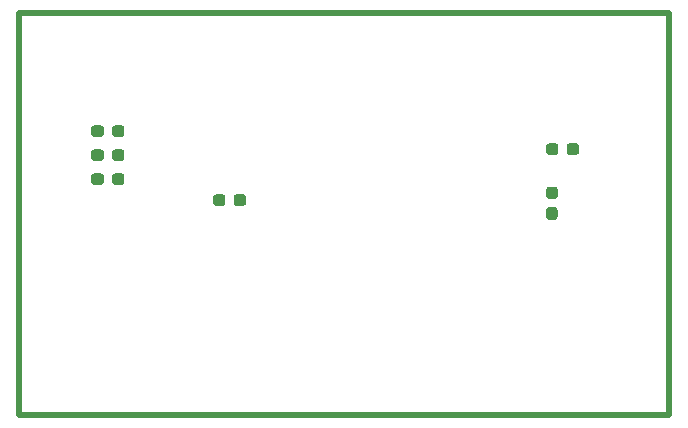
<source format=gbr>
%TF.GenerationSoftware,KiCad,Pcbnew,5.0.2-bee76a0~70~ubuntu18.04.1*%
%TF.CreationDate,2019-07-21T13:21:52-06:00*%
%TF.ProjectId,MX+ Distortion Pedal,4d582b20-4469-4737-946f-7274696f6e20,rev?*%
%TF.SameCoordinates,Original*%
%TF.FileFunction,Paste,Bot*%
%TF.FilePolarity,Positive*%
%FSLAX46Y46*%
G04 Gerber Fmt 4.6, Leading zero omitted, Abs format (unit mm)*
G04 Created by KiCad (PCBNEW 5.0.2-bee76a0~70~ubuntu18.04.1) date Sun 21 Jul 2019 01:21:52 PM MDT*
%MOMM*%
%LPD*%
G01*
G04 APERTURE LIST*
%ADD10C,0.500000*%
%ADD11C,0.100000*%
%ADD12C,0.950000*%
G04 APERTURE END LIST*
D10*
X40000000Y-70000000D02*
X95000000Y-70000000D01*
X95000000Y-36000000D02*
X95000000Y-70000000D01*
X40000000Y-36000000D02*
X40000000Y-70000000D01*
X40000000Y-36000000D02*
X95000000Y-36000000D01*
D11*
G36*
X46933779Y-45500144D02*
X46956834Y-45503563D01*
X46979443Y-45509227D01*
X47001387Y-45517079D01*
X47022457Y-45527044D01*
X47042448Y-45539026D01*
X47061168Y-45552910D01*
X47078438Y-45568562D01*
X47094090Y-45585832D01*
X47107974Y-45604552D01*
X47119956Y-45624543D01*
X47129921Y-45645613D01*
X47137773Y-45667557D01*
X47143437Y-45690166D01*
X47146856Y-45713221D01*
X47148000Y-45736500D01*
X47148000Y-46211500D01*
X47146856Y-46234779D01*
X47143437Y-46257834D01*
X47137773Y-46280443D01*
X47129921Y-46302387D01*
X47119956Y-46323457D01*
X47107974Y-46343448D01*
X47094090Y-46362168D01*
X47078438Y-46379438D01*
X47061168Y-46395090D01*
X47042448Y-46408974D01*
X47022457Y-46420956D01*
X47001387Y-46430921D01*
X46979443Y-46438773D01*
X46956834Y-46444437D01*
X46933779Y-46447856D01*
X46910500Y-46449000D01*
X46335500Y-46449000D01*
X46312221Y-46447856D01*
X46289166Y-46444437D01*
X46266557Y-46438773D01*
X46244613Y-46430921D01*
X46223543Y-46420956D01*
X46203552Y-46408974D01*
X46184832Y-46395090D01*
X46167562Y-46379438D01*
X46151910Y-46362168D01*
X46138026Y-46343448D01*
X46126044Y-46323457D01*
X46116079Y-46302387D01*
X46108227Y-46280443D01*
X46102563Y-46257834D01*
X46099144Y-46234779D01*
X46098000Y-46211500D01*
X46098000Y-45736500D01*
X46099144Y-45713221D01*
X46102563Y-45690166D01*
X46108227Y-45667557D01*
X46116079Y-45645613D01*
X46126044Y-45624543D01*
X46138026Y-45604552D01*
X46151910Y-45585832D01*
X46167562Y-45568562D01*
X46184832Y-45552910D01*
X46203552Y-45539026D01*
X46223543Y-45527044D01*
X46244613Y-45517079D01*
X46266557Y-45509227D01*
X46289166Y-45503563D01*
X46312221Y-45500144D01*
X46335500Y-45499000D01*
X46910500Y-45499000D01*
X46933779Y-45500144D01*
X46933779Y-45500144D01*
G37*
D12*
X46623000Y-45974000D03*
D11*
G36*
X48683779Y-45500144D02*
X48706834Y-45503563D01*
X48729443Y-45509227D01*
X48751387Y-45517079D01*
X48772457Y-45527044D01*
X48792448Y-45539026D01*
X48811168Y-45552910D01*
X48828438Y-45568562D01*
X48844090Y-45585832D01*
X48857974Y-45604552D01*
X48869956Y-45624543D01*
X48879921Y-45645613D01*
X48887773Y-45667557D01*
X48893437Y-45690166D01*
X48896856Y-45713221D01*
X48898000Y-45736500D01*
X48898000Y-46211500D01*
X48896856Y-46234779D01*
X48893437Y-46257834D01*
X48887773Y-46280443D01*
X48879921Y-46302387D01*
X48869956Y-46323457D01*
X48857974Y-46343448D01*
X48844090Y-46362168D01*
X48828438Y-46379438D01*
X48811168Y-46395090D01*
X48792448Y-46408974D01*
X48772457Y-46420956D01*
X48751387Y-46430921D01*
X48729443Y-46438773D01*
X48706834Y-46444437D01*
X48683779Y-46447856D01*
X48660500Y-46449000D01*
X48085500Y-46449000D01*
X48062221Y-46447856D01*
X48039166Y-46444437D01*
X48016557Y-46438773D01*
X47994613Y-46430921D01*
X47973543Y-46420956D01*
X47953552Y-46408974D01*
X47934832Y-46395090D01*
X47917562Y-46379438D01*
X47901910Y-46362168D01*
X47888026Y-46343448D01*
X47876044Y-46323457D01*
X47866079Y-46302387D01*
X47858227Y-46280443D01*
X47852563Y-46257834D01*
X47849144Y-46234779D01*
X47848000Y-46211500D01*
X47848000Y-45736500D01*
X47849144Y-45713221D01*
X47852563Y-45690166D01*
X47858227Y-45667557D01*
X47866079Y-45645613D01*
X47876044Y-45624543D01*
X47888026Y-45604552D01*
X47901910Y-45585832D01*
X47917562Y-45568562D01*
X47934832Y-45552910D01*
X47953552Y-45539026D01*
X47973543Y-45527044D01*
X47994613Y-45517079D01*
X48016557Y-45509227D01*
X48039166Y-45503563D01*
X48062221Y-45500144D01*
X48085500Y-45499000D01*
X48660500Y-45499000D01*
X48683779Y-45500144D01*
X48683779Y-45500144D01*
G37*
D12*
X48373000Y-45974000D03*
D11*
G36*
X48683779Y-47532144D02*
X48706834Y-47535563D01*
X48729443Y-47541227D01*
X48751387Y-47549079D01*
X48772457Y-47559044D01*
X48792448Y-47571026D01*
X48811168Y-47584910D01*
X48828438Y-47600562D01*
X48844090Y-47617832D01*
X48857974Y-47636552D01*
X48869956Y-47656543D01*
X48879921Y-47677613D01*
X48887773Y-47699557D01*
X48893437Y-47722166D01*
X48896856Y-47745221D01*
X48898000Y-47768500D01*
X48898000Y-48243500D01*
X48896856Y-48266779D01*
X48893437Y-48289834D01*
X48887773Y-48312443D01*
X48879921Y-48334387D01*
X48869956Y-48355457D01*
X48857974Y-48375448D01*
X48844090Y-48394168D01*
X48828438Y-48411438D01*
X48811168Y-48427090D01*
X48792448Y-48440974D01*
X48772457Y-48452956D01*
X48751387Y-48462921D01*
X48729443Y-48470773D01*
X48706834Y-48476437D01*
X48683779Y-48479856D01*
X48660500Y-48481000D01*
X48085500Y-48481000D01*
X48062221Y-48479856D01*
X48039166Y-48476437D01*
X48016557Y-48470773D01*
X47994613Y-48462921D01*
X47973543Y-48452956D01*
X47953552Y-48440974D01*
X47934832Y-48427090D01*
X47917562Y-48411438D01*
X47901910Y-48394168D01*
X47888026Y-48375448D01*
X47876044Y-48355457D01*
X47866079Y-48334387D01*
X47858227Y-48312443D01*
X47852563Y-48289834D01*
X47849144Y-48266779D01*
X47848000Y-48243500D01*
X47848000Y-47768500D01*
X47849144Y-47745221D01*
X47852563Y-47722166D01*
X47858227Y-47699557D01*
X47866079Y-47677613D01*
X47876044Y-47656543D01*
X47888026Y-47636552D01*
X47901910Y-47617832D01*
X47917562Y-47600562D01*
X47934832Y-47584910D01*
X47953552Y-47571026D01*
X47973543Y-47559044D01*
X47994613Y-47549079D01*
X48016557Y-47541227D01*
X48039166Y-47535563D01*
X48062221Y-47532144D01*
X48085500Y-47531000D01*
X48660500Y-47531000D01*
X48683779Y-47532144D01*
X48683779Y-47532144D01*
G37*
D12*
X48373000Y-48006000D03*
D11*
G36*
X46933779Y-47532144D02*
X46956834Y-47535563D01*
X46979443Y-47541227D01*
X47001387Y-47549079D01*
X47022457Y-47559044D01*
X47042448Y-47571026D01*
X47061168Y-47584910D01*
X47078438Y-47600562D01*
X47094090Y-47617832D01*
X47107974Y-47636552D01*
X47119956Y-47656543D01*
X47129921Y-47677613D01*
X47137773Y-47699557D01*
X47143437Y-47722166D01*
X47146856Y-47745221D01*
X47148000Y-47768500D01*
X47148000Y-48243500D01*
X47146856Y-48266779D01*
X47143437Y-48289834D01*
X47137773Y-48312443D01*
X47129921Y-48334387D01*
X47119956Y-48355457D01*
X47107974Y-48375448D01*
X47094090Y-48394168D01*
X47078438Y-48411438D01*
X47061168Y-48427090D01*
X47042448Y-48440974D01*
X47022457Y-48452956D01*
X47001387Y-48462921D01*
X46979443Y-48470773D01*
X46956834Y-48476437D01*
X46933779Y-48479856D01*
X46910500Y-48481000D01*
X46335500Y-48481000D01*
X46312221Y-48479856D01*
X46289166Y-48476437D01*
X46266557Y-48470773D01*
X46244613Y-48462921D01*
X46223543Y-48452956D01*
X46203552Y-48440974D01*
X46184832Y-48427090D01*
X46167562Y-48411438D01*
X46151910Y-48394168D01*
X46138026Y-48375448D01*
X46126044Y-48355457D01*
X46116079Y-48334387D01*
X46108227Y-48312443D01*
X46102563Y-48289834D01*
X46099144Y-48266779D01*
X46098000Y-48243500D01*
X46098000Y-47768500D01*
X46099144Y-47745221D01*
X46102563Y-47722166D01*
X46108227Y-47699557D01*
X46116079Y-47677613D01*
X46126044Y-47656543D01*
X46138026Y-47636552D01*
X46151910Y-47617832D01*
X46167562Y-47600562D01*
X46184832Y-47584910D01*
X46203552Y-47571026D01*
X46223543Y-47559044D01*
X46244613Y-47549079D01*
X46266557Y-47541227D01*
X46289166Y-47535563D01*
X46312221Y-47532144D01*
X46335500Y-47531000D01*
X46910500Y-47531000D01*
X46933779Y-47532144D01*
X46933779Y-47532144D01*
G37*
D12*
X46623000Y-48006000D03*
D11*
G36*
X85350779Y-50671144D02*
X85373834Y-50674563D01*
X85396443Y-50680227D01*
X85418387Y-50688079D01*
X85439457Y-50698044D01*
X85459448Y-50710026D01*
X85478168Y-50723910D01*
X85495438Y-50739562D01*
X85511090Y-50756832D01*
X85524974Y-50775552D01*
X85536956Y-50795543D01*
X85546921Y-50816613D01*
X85554773Y-50838557D01*
X85560437Y-50861166D01*
X85563856Y-50884221D01*
X85565000Y-50907500D01*
X85565000Y-51482500D01*
X85563856Y-51505779D01*
X85560437Y-51528834D01*
X85554773Y-51551443D01*
X85546921Y-51573387D01*
X85536956Y-51594457D01*
X85524974Y-51614448D01*
X85511090Y-51633168D01*
X85495438Y-51650438D01*
X85478168Y-51666090D01*
X85459448Y-51679974D01*
X85439457Y-51691956D01*
X85418387Y-51701921D01*
X85396443Y-51709773D01*
X85373834Y-51715437D01*
X85350779Y-51718856D01*
X85327500Y-51720000D01*
X84852500Y-51720000D01*
X84829221Y-51718856D01*
X84806166Y-51715437D01*
X84783557Y-51709773D01*
X84761613Y-51701921D01*
X84740543Y-51691956D01*
X84720552Y-51679974D01*
X84701832Y-51666090D01*
X84684562Y-51650438D01*
X84668910Y-51633168D01*
X84655026Y-51614448D01*
X84643044Y-51594457D01*
X84633079Y-51573387D01*
X84625227Y-51551443D01*
X84619563Y-51528834D01*
X84616144Y-51505779D01*
X84615000Y-51482500D01*
X84615000Y-50907500D01*
X84616144Y-50884221D01*
X84619563Y-50861166D01*
X84625227Y-50838557D01*
X84633079Y-50816613D01*
X84643044Y-50795543D01*
X84655026Y-50775552D01*
X84668910Y-50756832D01*
X84684562Y-50739562D01*
X84701832Y-50723910D01*
X84720552Y-50710026D01*
X84740543Y-50698044D01*
X84761613Y-50688079D01*
X84783557Y-50680227D01*
X84806166Y-50674563D01*
X84829221Y-50671144D01*
X84852500Y-50670000D01*
X85327500Y-50670000D01*
X85350779Y-50671144D01*
X85350779Y-50671144D01*
G37*
D12*
X85090000Y-51195000D03*
D11*
G36*
X85350779Y-52421144D02*
X85373834Y-52424563D01*
X85396443Y-52430227D01*
X85418387Y-52438079D01*
X85439457Y-52448044D01*
X85459448Y-52460026D01*
X85478168Y-52473910D01*
X85495438Y-52489562D01*
X85511090Y-52506832D01*
X85524974Y-52525552D01*
X85536956Y-52545543D01*
X85546921Y-52566613D01*
X85554773Y-52588557D01*
X85560437Y-52611166D01*
X85563856Y-52634221D01*
X85565000Y-52657500D01*
X85565000Y-53232500D01*
X85563856Y-53255779D01*
X85560437Y-53278834D01*
X85554773Y-53301443D01*
X85546921Y-53323387D01*
X85536956Y-53344457D01*
X85524974Y-53364448D01*
X85511090Y-53383168D01*
X85495438Y-53400438D01*
X85478168Y-53416090D01*
X85459448Y-53429974D01*
X85439457Y-53441956D01*
X85418387Y-53451921D01*
X85396443Y-53459773D01*
X85373834Y-53465437D01*
X85350779Y-53468856D01*
X85327500Y-53470000D01*
X84852500Y-53470000D01*
X84829221Y-53468856D01*
X84806166Y-53465437D01*
X84783557Y-53459773D01*
X84761613Y-53451921D01*
X84740543Y-53441956D01*
X84720552Y-53429974D01*
X84701832Y-53416090D01*
X84684562Y-53400438D01*
X84668910Y-53383168D01*
X84655026Y-53364448D01*
X84643044Y-53344457D01*
X84633079Y-53323387D01*
X84625227Y-53301443D01*
X84619563Y-53278834D01*
X84616144Y-53255779D01*
X84615000Y-53232500D01*
X84615000Y-52657500D01*
X84616144Y-52634221D01*
X84619563Y-52611166D01*
X84625227Y-52588557D01*
X84633079Y-52566613D01*
X84643044Y-52545543D01*
X84655026Y-52525552D01*
X84668910Y-52506832D01*
X84684562Y-52489562D01*
X84701832Y-52473910D01*
X84720552Y-52460026D01*
X84740543Y-52448044D01*
X84761613Y-52438079D01*
X84783557Y-52430227D01*
X84806166Y-52424563D01*
X84829221Y-52421144D01*
X84852500Y-52420000D01*
X85327500Y-52420000D01*
X85350779Y-52421144D01*
X85350779Y-52421144D01*
G37*
D12*
X85090000Y-52945000D03*
D11*
G36*
X87178779Y-47024144D02*
X87201834Y-47027563D01*
X87224443Y-47033227D01*
X87246387Y-47041079D01*
X87267457Y-47051044D01*
X87287448Y-47063026D01*
X87306168Y-47076910D01*
X87323438Y-47092562D01*
X87339090Y-47109832D01*
X87352974Y-47128552D01*
X87364956Y-47148543D01*
X87374921Y-47169613D01*
X87382773Y-47191557D01*
X87388437Y-47214166D01*
X87391856Y-47237221D01*
X87393000Y-47260500D01*
X87393000Y-47735500D01*
X87391856Y-47758779D01*
X87388437Y-47781834D01*
X87382773Y-47804443D01*
X87374921Y-47826387D01*
X87364956Y-47847457D01*
X87352974Y-47867448D01*
X87339090Y-47886168D01*
X87323438Y-47903438D01*
X87306168Y-47919090D01*
X87287448Y-47932974D01*
X87267457Y-47944956D01*
X87246387Y-47954921D01*
X87224443Y-47962773D01*
X87201834Y-47968437D01*
X87178779Y-47971856D01*
X87155500Y-47973000D01*
X86580500Y-47973000D01*
X86557221Y-47971856D01*
X86534166Y-47968437D01*
X86511557Y-47962773D01*
X86489613Y-47954921D01*
X86468543Y-47944956D01*
X86448552Y-47932974D01*
X86429832Y-47919090D01*
X86412562Y-47903438D01*
X86396910Y-47886168D01*
X86383026Y-47867448D01*
X86371044Y-47847457D01*
X86361079Y-47826387D01*
X86353227Y-47804443D01*
X86347563Y-47781834D01*
X86344144Y-47758779D01*
X86343000Y-47735500D01*
X86343000Y-47260500D01*
X86344144Y-47237221D01*
X86347563Y-47214166D01*
X86353227Y-47191557D01*
X86361079Y-47169613D01*
X86371044Y-47148543D01*
X86383026Y-47128552D01*
X86396910Y-47109832D01*
X86412562Y-47092562D01*
X86429832Y-47076910D01*
X86448552Y-47063026D01*
X86468543Y-47051044D01*
X86489613Y-47041079D01*
X86511557Y-47033227D01*
X86534166Y-47027563D01*
X86557221Y-47024144D01*
X86580500Y-47023000D01*
X87155500Y-47023000D01*
X87178779Y-47024144D01*
X87178779Y-47024144D01*
G37*
D12*
X86868000Y-47498000D03*
D11*
G36*
X85428779Y-47024144D02*
X85451834Y-47027563D01*
X85474443Y-47033227D01*
X85496387Y-47041079D01*
X85517457Y-47051044D01*
X85537448Y-47063026D01*
X85556168Y-47076910D01*
X85573438Y-47092562D01*
X85589090Y-47109832D01*
X85602974Y-47128552D01*
X85614956Y-47148543D01*
X85624921Y-47169613D01*
X85632773Y-47191557D01*
X85638437Y-47214166D01*
X85641856Y-47237221D01*
X85643000Y-47260500D01*
X85643000Y-47735500D01*
X85641856Y-47758779D01*
X85638437Y-47781834D01*
X85632773Y-47804443D01*
X85624921Y-47826387D01*
X85614956Y-47847457D01*
X85602974Y-47867448D01*
X85589090Y-47886168D01*
X85573438Y-47903438D01*
X85556168Y-47919090D01*
X85537448Y-47932974D01*
X85517457Y-47944956D01*
X85496387Y-47954921D01*
X85474443Y-47962773D01*
X85451834Y-47968437D01*
X85428779Y-47971856D01*
X85405500Y-47973000D01*
X84830500Y-47973000D01*
X84807221Y-47971856D01*
X84784166Y-47968437D01*
X84761557Y-47962773D01*
X84739613Y-47954921D01*
X84718543Y-47944956D01*
X84698552Y-47932974D01*
X84679832Y-47919090D01*
X84662562Y-47903438D01*
X84646910Y-47886168D01*
X84633026Y-47867448D01*
X84621044Y-47847457D01*
X84611079Y-47826387D01*
X84603227Y-47804443D01*
X84597563Y-47781834D01*
X84594144Y-47758779D01*
X84593000Y-47735500D01*
X84593000Y-47260500D01*
X84594144Y-47237221D01*
X84597563Y-47214166D01*
X84603227Y-47191557D01*
X84611079Y-47169613D01*
X84621044Y-47148543D01*
X84633026Y-47128552D01*
X84646910Y-47109832D01*
X84662562Y-47092562D01*
X84679832Y-47076910D01*
X84698552Y-47063026D01*
X84718543Y-47051044D01*
X84739613Y-47041079D01*
X84761557Y-47033227D01*
X84784166Y-47027563D01*
X84807221Y-47024144D01*
X84830500Y-47023000D01*
X85405500Y-47023000D01*
X85428779Y-47024144D01*
X85428779Y-47024144D01*
G37*
D12*
X85118000Y-47498000D03*
D11*
G36*
X46933779Y-49564144D02*
X46956834Y-49567563D01*
X46979443Y-49573227D01*
X47001387Y-49581079D01*
X47022457Y-49591044D01*
X47042448Y-49603026D01*
X47061168Y-49616910D01*
X47078438Y-49632562D01*
X47094090Y-49649832D01*
X47107974Y-49668552D01*
X47119956Y-49688543D01*
X47129921Y-49709613D01*
X47137773Y-49731557D01*
X47143437Y-49754166D01*
X47146856Y-49777221D01*
X47148000Y-49800500D01*
X47148000Y-50275500D01*
X47146856Y-50298779D01*
X47143437Y-50321834D01*
X47137773Y-50344443D01*
X47129921Y-50366387D01*
X47119956Y-50387457D01*
X47107974Y-50407448D01*
X47094090Y-50426168D01*
X47078438Y-50443438D01*
X47061168Y-50459090D01*
X47042448Y-50472974D01*
X47022457Y-50484956D01*
X47001387Y-50494921D01*
X46979443Y-50502773D01*
X46956834Y-50508437D01*
X46933779Y-50511856D01*
X46910500Y-50513000D01*
X46335500Y-50513000D01*
X46312221Y-50511856D01*
X46289166Y-50508437D01*
X46266557Y-50502773D01*
X46244613Y-50494921D01*
X46223543Y-50484956D01*
X46203552Y-50472974D01*
X46184832Y-50459090D01*
X46167562Y-50443438D01*
X46151910Y-50426168D01*
X46138026Y-50407448D01*
X46126044Y-50387457D01*
X46116079Y-50366387D01*
X46108227Y-50344443D01*
X46102563Y-50321834D01*
X46099144Y-50298779D01*
X46098000Y-50275500D01*
X46098000Y-49800500D01*
X46099144Y-49777221D01*
X46102563Y-49754166D01*
X46108227Y-49731557D01*
X46116079Y-49709613D01*
X46126044Y-49688543D01*
X46138026Y-49668552D01*
X46151910Y-49649832D01*
X46167562Y-49632562D01*
X46184832Y-49616910D01*
X46203552Y-49603026D01*
X46223543Y-49591044D01*
X46244613Y-49581079D01*
X46266557Y-49573227D01*
X46289166Y-49567563D01*
X46312221Y-49564144D01*
X46335500Y-49563000D01*
X46910500Y-49563000D01*
X46933779Y-49564144D01*
X46933779Y-49564144D01*
G37*
D12*
X46623000Y-50038000D03*
D11*
G36*
X48683779Y-49564144D02*
X48706834Y-49567563D01*
X48729443Y-49573227D01*
X48751387Y-49581079D01*
X48772457Y-49591044D01*
X48792448Y-49603026D01*
X48811168Y-49616910D01*
X48828438Y-49632562D01*
X48844090Y-49649832D01*
X48857974Y-49668552D01*
X48869956Y-49688543D01*
X48879921Y-49709613D01*
X48887773Y-49731557D01*
X48893437Y-49754166D01*
X48896856Y-49777221D01*
X48898000Y-49800500D01*
X48898000Y-50275500D01*
X48896856Y-50298779D01*
X48893437Y-50321834D01*
X48887773Y-50344443D01*
X48879921Y-50366387D01*
X48869956Y-50387457D01*
X48857974Y-50407448D01*
X48844090Y-50426168D01*
X48828438Y-50443438D01*
X48811168Y-50459090D01*
X48792448Y-50472974D01*
X48772457Y-50484956D01*
X48751387Y-50494921D01*
X48729443Y-50502773D01*
X48706834Y-50508437D01*
X48683779Y-50511856D01*
X48660500Y-50513000D01*
X48085500Y-50513000D01*
X48062221Y-50511856D01*
X48039166Y-50508437D01*
X48016557Y-50502773D01*
X47994613Y-50494921D01*
X47973543Y-50484956D01*
X47953552Y-50472974D01*
X47934832Y-50459090D01*
X47917562Y-50443438D01*
X47901910Y-50426168D01*
X47888026Y-50407448D01*
X47876044Y-50387457D01*
X47866079Y-50366387D01*
X47858227Y-50344443D01*
X47852563Y-50321834D01*
X47849144Y-50298779D01*
X47848000Y-50275500D01*
X47848000Y-49800500D01*
X47849144Y-49777221D01*
X47852563Y-49754166D01*
X47858227Y-49731557D01*
X47866079Y-49709613D01*
X47876044Y-49688543D01*
X47888026Y-49668552D01*
X47901910Y-49649832D01*
X47917562Y-49632562D01*
X47934832Y-49616910D01*
X47953552Y-49603026D01*
X47973543Y-49591044D01*
X47994613Y-49581079D01*
X48016557Y-49573227D01*
X48039166Y-49567563D01*
X48062221Y-49564144D01*
X48085500Y-49563000D01*
X48660500Y-49563000D01*
X48683779Y-49564144D01*
X48683779Y-49564144D01*
G37*
D12*
X48373000Y-50038000D03*
D11*
G36*
X57234779Y-51342144D02*
X57257834Y-51345563D01*
X57280443Y-51351227D01*
X57302387Y-51359079D01*
X57323457Y-51369044D01*
X57343448Y-51381026D01*
X57362168Y-51394910D01*
X57379438Y-51410562D01*
X57395090Y-51427832D01*
X57408974Y-51446552D01*
X57420956Y-51466543D01*
X57430921Y-51487613D01*
X57438773Y-51509557D01*
X57444437Y-51532166D01*
X57447856Y-51555221D01*
X57449000Y-51578500D01*
X57449000Y-52053500D01*
X57447856Y-52076779D01*
X57444437Y-52099834D01*
X57438773Y-52122443D01*
X57430921Y-52144387D01*
X57420956Y-52165457D01*
X57408974Y-52185448D01*
X57395090Y-52204168D01*
X57379438Y-52221438D01*
X57362168Y-52237090D01*
X57343448Y-52250974D01*
X57323457Y-52262956D01*
X57302387Y-52272921D01*
X57280443Y-52280773D01*
X57257834Y-52286437D01*
X57234779Y-52289856D01*
X57211500Y-52291000D01*
X56636500Y-52291000D01*
X56613221Y-52289856D01*
X56590166Y-52286437D01*
X56567557Y-52280773D01*
X56545613Y-52272921D01*
X56524543Y-52262956D01*
X56504552Y-52250974D01*
X56485832Y-52237090D01*
X56468562Y-52221438D01*
X56452910Y-52204168D01*
X56439026Y-52185448D01*
X56427044Y-52165457D01*
X56417079Y-52144387D01*
X56409227Y-52122443D01*
X56403563Y-52099834D01*
X56400144Y-52076779D01*
X56399000Y-52053500D01*
X56399000Y-51578500D01*
X56400144Y-51555221D01*
X56403563Y-51532166D01*
X56409227Y-51509557D01*
X56417079Y-51487613D01*
X56427044Y-51466543D01*
X56439026Y-51446552D01*
X56452910Y-51427832D01*
X56468562Y-51410562D01*
X56485832Y-51394910D01*
X56504552Y-51381026D01*
X56524543Y-51369044D01*
X56545613Y-51359079D01*
X56567557Y-51351227D01*
X56590166Y-51345563D01*
X56613221Y-51342144D01*
X56636500Y-51341000D01*
X57211500Y-51341000D01*
X57234779Y-51342144D01*
X57234779Y-51342144D01*
G37*
D12*
X56924000Y-51816000D03*
D11*
G36*
X58984779Y-51342144D02*
X59007834Y-51345563D01*
X59030443Y-51351227D01*
X59052387Y-51359079D01*
X59073457Y-51369044D01*
X59093448Y-51381026D01*
X59112168Y-51394910D01*
X59129438Y-51410562D01*
X59145090Y-51427832D01*
X59158974Y-51446552D01*
X59170956Y-51466543D01*
X59180921Y-51487613D01*
X59188773Y-51509557D01*
X59194437Y-51532166D01*
X59197856Y-51555221D01*
X59199000Y-51578500D01*
X59199000Y-52053500D01*
X59197856Y-52076779D01*
X59194437Y-52099834D01*
X59188773Y-52122443D01*
X59180921Y-52144387D01*
X59170956Y-52165457D01*
X59158974Y-52185448D01*
X59145090Y-52204168D01*
X59129438Y-52221438D01*
X59112168Y-52237090D01*
X59093448Y-52250974D01*
X59073457Y-52262956D01*
X59052387Y-52272921D01*
X59030443Y-52280773D01*
X59007834Y-52286437D01*
X58984779Y-52289856D01*
X58961500Y-52291000D01*
X58386500Y-52291000D01*
X58363221Y-52289856D01*
X58340166Y-52286437D01*
X58317557Y-52280773D01*
X58295613Y-52272921D01*
X58274543Y-52262956D01*
X58254552Y-52250974D01*
X58235832Y-52237090D01*
X58218562Y-52221438D01*
X58202910Y-52204168D01*
X58189026Y-52185448D01*
X58177044Y-52165457D01*
X58167079Y-52144387D01*
X58159227Y-52122443D01*
X58153563Y-52099834D01*
X58150144Y-52076779D01*
X58149000Y-52053500D01*
X58149000Y-51578500D01*
X58150144Y-51555221D01*
X58153563Y-51532166D01*
X58159227Y-51509557D01*
X58167079Y-51487613D01*
X58177044Y-51466543D01*
X58189026Y-51446552D01*
X58202910Y-51427832D01*
X58218562Y-51410562D01*
X58235832Y-51394910D01*
X58254552Y-51381026D01*
X58274543Y-51369044D01*
X58295613Y-51359079D01*
X58317557Y-51351227D01*
X58340166Y-51345563D01*
X58363221Y-51342144D01*
X58386500Y-51341000D01*
X58961500Y-51341000D01*
X58984779Y-51342144D01*
X58984779Y-51342144D01*
G37*
D12*
X58674000Y-51816000D03*
M02*

</source>
